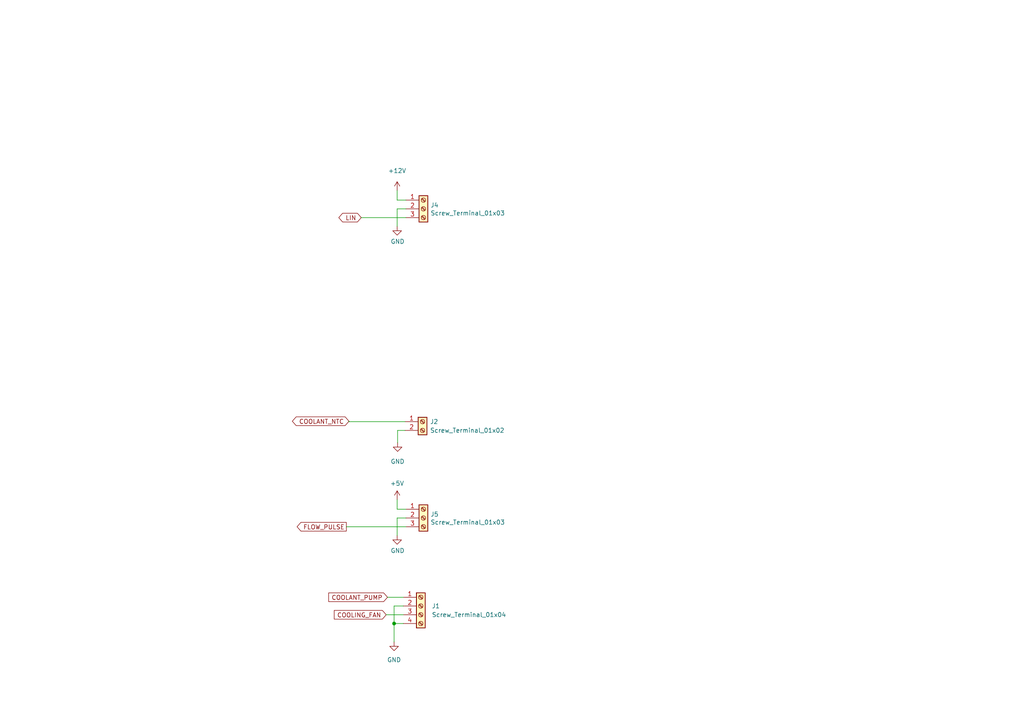
<source format=kicad_sch>
(kicad_sch (version 20211123) (generator eeschema)
  (paper "A4")
  (title_block (title "LINBus Valve Controller") (date "2023-02-15") (rev "1.0") (company "Gavin Hurlbut"))
  (lib_symbols
    (symbol "Connector:Screw_Terminal_01x02" (pin_names (offset 1.016) hide)
      (property "Reference" "J" (at 0 2.54 0))
      (property "Value" "Screw_Terminal_01x02" (at 0 -5.08 0))
      (symbol "Screw_Terminal_01x02_1_1"
        (rectangle (start -1.27 1.27) (end 1.27 -3.81) (stroke (width 0.254)) (fill (type background)))
        (circle (center 0 -2.54) (radius 0.635) (stroke (width 0.1524)))
        (polyline (pts (xy -0.5334 -2.2098) (xy 0.3302 -3.048)) (stroke (width 0.1524)))
        (polyline (pts (xy -0.5334 0.3302) (xy 0.3302 -0.508)) (stroke (width 0.1524)))
        (polyline (pts (xy -0.3556 -2.032) (xy 0.508 -2.8702)) (stroke (width 0.1524)))
        (polyline (pts (xy -0.3556 0.508) (xy 0.508 -0.3302)) (stroke (width 0.1524)))
        (circle (center 0 0) (radius 0.635) (stroke (width 0.1524)))
        (pin passive line (at -5.08 0 0) (length 3.81) (name "Pin_1") (number "1"))
        (pin passive line (at -5.08 -2.54 0) (length 3.81) (name "Pin_2") (number "2"))
      )
    )
    (symbol "Connector:Screw_Terminal_01x03" (pin_names (offset 1.016) hide)
      (property "Reference" "J" (at 0 5.08 0))
      (property "Value" "Screw_Terminal_01x03" (at 0 -5.08 0))
      (symbol "Screw_Terminal_01x03_1_1"
        (rectangle (start -1.27 3.81) (end 1.27 -3.81) (stroke (width 0.254)) (fill (type background)))
        (circle (center 0 -2.54) (radius 0.635) (stroke (width 0.1524)))
        (polyline (pts (xy -0.5334 -2.2098) (xy 0.3302 -3.048)) (stroke (width 0.1524)))
        (polyline (pts (xy -0.5334 0.3302) (xy 0.3302 -0.508)) (stroke (width 0.1524)))
        (polyline (pts (xy -0.5334 2.8702) (xy 0.3302 2.032)) (stroke (width 0.1524)))
        (polyline (pts (xy -0.3556 -2.032) (xy 0.508 -2.8702)) (stroke (width 0.1524)))
        (polyline (pts (xy -0.3556 0.508) (xy 0.508 -0.3302)) (stroke (width 0.1524)))
        (polyline (pts (xy -0.3556 3.048) (xy 0.508 2.2098)) (stroke (width 0.1524)))
        (circle (center 0 0) (radius 0.635) (stroke (width 0.1524)))
        (circle (center 0 2.54) (radius 0.635) (stroke (width 0.1524)))
        (pin passive line (at -5.08 2.54 0) (length 3.81) (name "Pin_1") (number "1"))
        (pin passive line (at -5.08 0 0) (length 3.81) (name "Pin_2") (number "2"))
        (pin passive line (at -5.08 -2.54 0) (length 3.81) (name "Pin_3") (number "3"))
      )
    )
    (symbol "Connector:Screw_Terminal_01x04" (pin_names (offset 1.016) hide)
      (property "Reference" "J" (at 0 5.08 0))
      (property "Value" "Screw_Terminal_01x04" (at 0 -7.62 0))
      (symbol "Screw_Terminal_01x04_1_1"
        (rectangle (start -1.27 3.81) (end 1.27 -6.35) (stroke (width 0.254)) (fill (type background)))
        (circle (center 0 -5.08) (radius 0.635) (stroke (width 0.1524)))
        (circle (center 0 -2.54) (radius 0.635) (stroke (width 0.1524)))
        (polyline (pts (xy -0.5334 -4.7498) (xy 0.3302 -5.588)) (stroke (width 0.1524)))
        (polyline (pts (xy -0.5334 -2.2098) (xy 0.3302 -3.048)) (stroke (width 0.1524)))
        (polyline (pts (xy -0.5334 0.3302) (xy 0.3302 -0.508)) (stroke (width 0.1524)))
        (polyline (pts (xy -0.5334 2.8702) (xy 0.3302 2.032)) (stroke (width 0.1524)))
        (polyline (pts (xy -0.3556 -4.572) (xy 0.508 -5.4102)) (stroke (width 0.1524)))
        (polyline (pts (xy -0.3556 -2.032) (xy 0.508 -2.8702)) (stroke (width 0.1524)))
        (polyline (pts (xy -0.3556 0.508) (xy 0.508 -0.3302)) (stroke (width 0.1524)))
        (polyline (pts (xy -0.3556 3.048) (xy 0.508 2.2098)) (stroke (width 0.1524)))
        (circle (center 0 0) (radius 0.635) (stroke (width 0.1524)))
        (circle (center 0 2.54) (radius 0.635) (stroke (width 0.1524)))
        (pin passive line (at -5.08 2.54 0) (length 3.81) (name "Pin_1") (number "1"))
        (pin passive line (at -5.08 0 0) (length 3.81) (name "Pin_2") (number "2"))
        (pin passive line (at -5.08 -2.54 0) (length 3.81) (name "Pin_3") (number "3"))
        (pin passive line (at -5.08 -5.08 0) (length 3.81) (name "Pin_4") (number "4"))
      )
    )
    (symbol "power:+12V" (power) (pin_names (offset 0))
      (property "Value" "+12V" (at 0 3.556 0))
      (symbol "+12V_0_1"
        (polyline (pts (xy -0.762 1.27) (xy 0 2.54)))
        (polyline (pts (xy 0 0) (xy 0 2.54)))
        (polyline (pts (xy 0 2.54) (xy 0.762 1.27)))
      )
      (symbol "+12V_1_1"
        (pin power_in line (at 0 0 90) (length 0) hide (name "+12V") (number "1"))
      )
    )
    (symbol "power:+5V" (power) (pin_names (offset 0))
      (property "Value" "+5V" (at 0 3.556 0))
      (symbol "+5V_0_1"
        (polyline (pts (xy -0.762 1.27) (xy 0 2.54)))
        (polyline (pts (xy 0 0) (xy 0 2.54)))
        (polyline (pts (xy 0 2.54) (xy 0.762 1.27)))
      )
      (symbol "+5V_1_1"
        (pin power_in line (at 0 0 90) (length 0) hide (name "+5V") (number "1"))
      )
    )
    (symbol "power:GND" (power) (pin_names (offset 0))
      (property "Value" "GND" (at 0 -3.81 0))
      (symbol "GND_0_1"
        (polyline (pts (xy 0 0) (xy 0 -1.27) (xy 1.27 -1.27) (xy 0 -2.54) (xy -1.27 -1.27) (xy 0 -1.27)))
      )
      (symbol "GND_1_1"
        (pin power_in line (at 0 0 270) (length 0) hide (name "GND") (number "1"))
      )
    )
  )
  (junction (at 114.3 180.848))
  (wire (pts (xy 115.316 128.397) (xy 115.316 124.841)))
  (wire (pts (xy 117.729 63.119) (xy 104.775 63.119)))
  (wire (pts (xy 115.189 155.321) (xy 115.189 150.241)))
  (wire (pts (xy 100.457 152.781) (xy 117.729 152.781)))
  (wire (pts (xy 116.967 175.768) (xy 114.3 175.768)))
  (wire (pts (xy 115.189 58.039) (xy 117.729 58.039)))
  (wire (pts (xy 115.189 58.039) (xy 115.189 55.245)))
  (wire (pts (xy 115.189 147.701) (xy 115.189 144.907)))
  (wire (pts (xy 112.014 178.308) (xy 116.967 178.308)))
  (wire (pts (xy 101.219 122.174) (xy 101.219 122.301)))
  (wire (pts (xy 112.395 173.228) (xy 116.967 173.228)))
  (wire (pts (xy 114.3 175.768) (xy 114.3 180.848)))
  (wire (pts (xy 115.189 65.659) (xy 115.189 60.579)))
  (wire (pts (xy 114.3 180.848) (xy 116.967 180.848)))
  (wire (pts (xy 115.189 147.701) (xy 117.729 147.701)))
  (wire (pts (xy 117.475 122.301) (xy 101.219 122.301)))
  (wire (pts (xy 115.189 150.241) (xy 117.729 150.241)))
  (wire (pts (xy 115.316 124.841) (xy 117.475 124.841)))
  (wire (pts (xy 114.3 180.848) (xy 114.3 186.182)))
  (wire (pts (xy 115.189 60.579) (xy 117.729 60.579)))
  (global_label "LIN" (shape bidirectional) (at 104.775 63.119 180) (property "Intersheet References" "${INTERSHEET_REFS}" (effects hide)))
  (global_label "COOLANT_NTC" (shape bidirectional) (at 101.219 122.174 180) (property "Intersheet References" "${INTERSHEET_REFS}" (effects hide)))
  (global_label "COOLANT_PUMP" (shape input) (at 112.395 173.228 180) (property "Intersheet References" "${INTERSHEET_REFS}" (effects hide)))
  (global_label "COOLING_FAN" (shape input) (at 112.014 178.308 180) (property "Intersheet References" "${INTERSHEET_REFS}" (effects hide)))
  (global_label "FLOW_PULSE" (shape output) (at 100.457 152.781 180) (property "Intersheet References" "${INTERSHEET_REFS}" (effects hide)))
  (symbol (lib_id "power:GND") (at 114.3 186.182 0) (unit 1)
    (property "Reference" "#PWR07" (effects hide))
    (property "Value" "GND" (at 114.3 191.389 0))
  )
  (symbol (lib_id "Connector:Screw_Terminal_01x04") (at 122.047 175.768 0) (unit 1)
    (property "Reference" "J1" (at 125.222 175.7679 0) (effects (justify left)))
    (property "Value" "Screw_Terminal_01x04" (at 125.222 178.3079 0) (effects (justify left)))
    (property "Footprint" "TerminalBlock_TE-Connectivity:TerminalBlock_TE_282834-4_1x04_P2.54mm_Horizontal" (effects hide))
  )
  (symbol (lib_id "Connector:Screw_Terminal_01x02") (at 122.555 122.301 0) (unit 1)
    (property "Reference" "J2" (at 124.714 122.3009 0) (effects (justify left)))
    (property "Value" "Screw_Terminal_01x02" (at 124.714 124.8409 0) (effects (justify left)))
    (property "Footprint" "TerminalBlock_TE-Connectivity:TerminalBlock_TE_282834-2_1x02_P2.54mm_Horizontal" (effects hide))
  )
  (symbol (lib_id "power:+5V") (at 115.189 144.907 0) (unit 1)
    (property "Reference" "#PWR010" (effects hide))
    (property "Value" "+5V" (at 115.189 140.208 0))
  )
  (symbol (lib_id "power:GND") (at 115.316 128.397 0) (unit 1)
    (property "Reference" "#PWR012" (effects hide))
    (property "Value" "GND" (at 115.316 133.858 0))
  )
  (symbol (lib_id "power:+12V") (at 115.189 55.245 0) (unit 1)
    (property "Reference" "#PWR08" (effects hide))
    (property "Value" "+12V" (at 115.189 49.53 0))
  )
  (symbol (lib_id "power:GND") (at 115.189 155.321 0) (unit 1)
    (property "Reference" "#PWR011" (effects hide))
    (property "Value" "GND" (at 115.316 159.7152 0))
  )
  (symbol (lib_id "power:GND") (at 115.189 65.659 0) (unit 1)
    (property "Reference" "#PWR09" (effects hide))
    (property "Value" "GND" (at 115.316 70.0532 0))
  )
  (symbol (lib_id "Connector:Screw_Terminal_01x03") (at 122.809 150.241 0) (unit 1)
    (property "Reference" "J5" (at 124.841 149.1742 0) (effects (justify left)))
    (property "Value" "Screw_Terminal_01x03" (at 124.841 151.4856 0) (effects (justify left)))
    (property "Footprint" "TerminalBlock_TE-Connectivity:TerminalBlock_TE_282834-3_1x03_P2.54mm_Horizontal" (effects hide))
  )
  (symbol (lib_id "Connector:Screw_Terminal_01x03") (at 122.809 60.579 0) (unit 1)
    (property "Reference" "J4" (at 124.841 59.5122 0) (effects (justify left)))
    (property "Value" "Screw_Terminal_01x03" (at 124.841 61.8236 0) (effects (justify left)))
    (property "Footprint" "TerminalBlock_TE-Connectivity:TerminalBlock_TE_282834-3_1x03_P2.54mm_Horizontal" (effects hide))
  )
)
</source>
